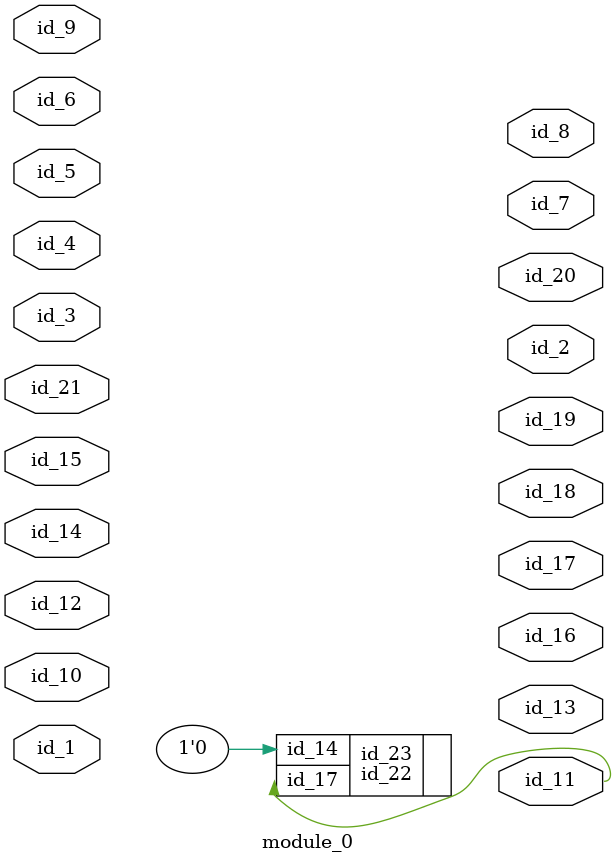
<source format=v>
module module_0 (
    id_1,
    id_2,
    id_3,
    id_4,
    id_5,
    id_6,
    id_7,
    id_8,
    id_9,
    id_10,
    id_11,
    id_12,
    id_13,
    id_14,
    id_15,
    id_16,
    id_17,
    id_18,
    id_19,
    id_20,
    id_21
);
  input id_21;
  output id_20;
  output id_19;
  output id_18;
  output id_17;
  output id_16;
  input id_15;
  input id_14;
  output id_13;
  input id_12;
  output id_11;
  input id_10;
  input id_9;
  output id_8;
  output id_7;
  input id_6;
  input id_5;
  input id_4;
  input id_3;
  output id_2;
  input id_1;
  id_22 id_23 (
      .id_14(1'h0),
      .id_17(id_11)
  );
endmodule

</source>
